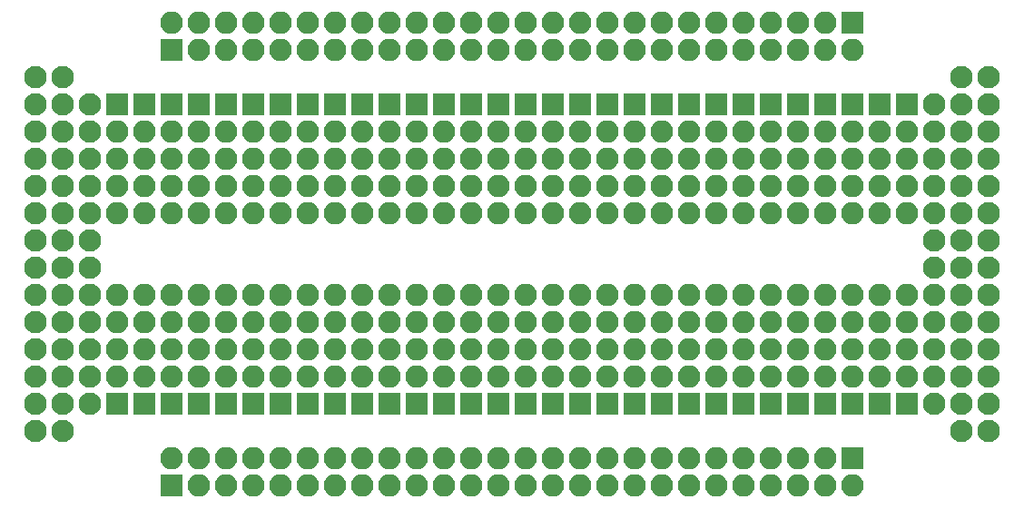
<source format=gbr>
%TF.GenerationSoftware,KiCad,Pcbnew,(6.0.7)*%
%TF.CreationDate,2022-10-24T07:09:43-06:00*%
%TF.ProjectId,AltoidsPCB,416c746f-6964-4735-9043-422e6b696361,rev?*%
%TF.SameCoordinates,Original*%
%TF.FileFunction,Soldermask,Top*%
%TF.FilePolarity,Negative*%
%FSLAX46Y46*%
G04 Gerber Fmt 4.6, Leading zero omitted, Abs format (unit mm)*
G04 Created by KiCad (PCBNEW (6.0.7)) date 2022-10-24 07:09:43*
%MOMM*%
%LPD*%
G01*
G04 APERTURE LIST*
G04 Aperture macros list*
%AMRoundRect*
0 Rectangle with rounded corners*
0 $1 Rounding radius*
0 $2 $3 $4 $5 $6 $7 $8 $9 X,Y pos of 4 corners*
0 Add a 4 corners polygon primitive as box body*
4,1,4,$2,$3,$4,$5,$6,$7,$8,$9,$2,$3,0*
0 Add four circle primitives for the rounded corners*
1,1,$1+$1,$2,$3*
1,1,$1+$1,$4,$5*
1,1,$1+$1,$6,$7*
1,1,$1+$1,$8,$9*
0 Add four rect primitives between the rounded corners*
20,1,$1+$1,$2,$3,$4,$5,0*
20,1,$1+$1,$4,$5,$6,$7,0*
20,1,$1+$1,$6,$7,$8,$9,0*
20,1,$1+$1,$8,$9,$2,$3,0*%
G04 Aperture macros list end*
%ADD10RoundRect,0.200000X0.850000X-0.850000X0.850000X0.850000X-0.850000X0.850000X-0.850000X-0.850000X0*%
%ADD11O,2.100000X2.100000*%
%ADD12RoundRect,0.200000X-0.850000X0.850000X-0.850000X-0.850000X0.850000X-0.850000X0.850000X0.850000X0*%
%ADD13RoundRect,0.200000X0.850000X0.850000X-0.850000X0.850000X-0.850000X-0.850000X0.850000X-0.850000X0*%
%ADD14RoundRect,0.200000X-0.850000X-0.850000X0.850000X-0.850000X0.850000X0.850000X-0.850000X0.850000X0*%
%ADD15C,2.100000*%
G04 APERTURE END LIST*
D10*
%TO.C,J2*%
X106680000Y-105410000D03*
D11*
X109220000Y-105410000D03*
X111760000Y-105410000D03*
X114300000Y-105410000D03*
X116840000Y-105410000D03*
X119380000Y-105410000D03*
X121920000Y-105410000D03*
X124460000Y-105410000D03*
X127000000Y-105410000D03*
X129540000Y-105410000D03*
X132080000Y-105410000D03*
X134620000Y-105410000D03*
X137160000Y-105410000D03*
X139700000Y-105410000D03*
X142240000Y-105410000D03*
X144780000Y-105410000D03*
X147320000Y-105410000D03*
X149860000Y-105410000D03*
X152400000Y-105410000D03*
X154940000Y-105410000D03*
X157480000Y-105410000D03*
X160020000Y-105410000D03*
X162560000Y-105410000D03*
X165100000Y-105410000D03*
X167640000Y-105410000D03*
X170180000Y-105410000D03*
%TD*%
D12*
%TO.C,J2*%
X170180000Y-102870000D03*
D11*
X167640000Y-102870000D03*
X165100000Y-102870000D03*
X162560000Y-102870000D03*
X160020000Y-102870000D03*
X157480000Y-102870000D03*
X154940000Y-102870000D03*
X152400000Y-102870000D03*
X149860000Y-102870000D03*
X147320000Y-102870000D03*
X144780000Y-102870000D03*
X142240000Y-102870000D03*
X139700000Y-102870000D03*
X137160000Y-102870000D03*
X134620000Y-102870000D03*
X132080000Y-102870000D03*
X129540000Y-102870000D03*
X127000000Y-102870000D03*
X124460000Y-102870000D03*
X121920000Y-102870000D03*
X119380000Y-102870000D03*
X116840000Y-102870000D03*
X114300000Y-102870000D03*
X111760000Y-102870000D03*
X109220000Y-102870000D03*
X106680000Y-102870000D03*
%TD*%
D12*
%TO.C,J2*%
X170180000Y-62230000D03*
D11*
X167640000Y-62230000D03*
X165100000Y-62230000D03*
X162560000Y-62230000D03*
X160020000Y-62230000D03*
X157480000Y-62230000D03*
X154940000Y-62230000D03*
X152400000Y-62230000D03*
X149860000Y-62230000D03*
X147320000Y-62230000D03*
X144780000Y-62230000D03*
X142240000Y-62230000D03*
X139700000Y-62230000D03*
X137160000Y-62230000D03*
X134620000Y-62230000D03*
X132080000Y-62230000D03*
X129540000Y-62230000D03*
X127000000Y-62230000D03*
X124460000Y-62230000D03*
X121920000Y-62230000D03*
X119380000Y-62230000D03*
X116840000Y-62230000D03*
X114300000Y-62230000D03*
X111760000Y-62230000D03*
X109220000Y-62230000D03*
X106680000Y-62230000D03*
%TD*%
D10*
%TO.C,J2*%
X106680000Y-64770000D03*
D11*
X109220000Y-64770000D03*
X111760000Y-64770000D03*
X114300000Y-64770000D03*
X116840000Y-64770000D03*
X119380000Y-64770000D03*
X121920000Y-64770000D03*
X124460000Y-64770000D03*
X127000000Y-64770000D03*
X129540000Y-64770000D03*
X132080000Y-64770000D03*
X134620000Y-64770000D03*
X137160000Y-64770000D03*
X139700000Y-64770000D03*
X142240000Y-64770000D03*
X144780000Y-64770000D03*
X147320000Y-64770000D03*
X149860000Y-64770000D03*
X152400000Y-64770000D03*
X154940000Y-64770000D03*
X157480000Y-64770000D03*
X160020000Y-64770000D03*
X162560000Y-64770000D03*
X165100000Y-64770000D03*
X167640000Y-64770000D03*
X170180000Y-64770000D03*
%TD*%
D13*
%TO.C,J1*%
X114300000Y-97790000D03*
D11*
X114300000Y-95250000D03*
X114300000Y-92710000D03*
X114300000Y-90170000D03*
X114300000Y-87630000D03*
%TD*%
D13*
%TO.C,J1*%
X104140000Y-97790000D03*
D11*
X104140000Y-95250000D03*
X104140000Y-92710000D03*
X104140000Y-90170000D03*
X104140000Y-87630000D03*
%TD*%
D13*
%TO.C,J1*%
X119380000Y-97790000D03*
D11*
X119380000Y-95250000D03*
X119380000Y-92710000D03*
X119380000Y-90170000D03*
X119380000Y-87630000D03*
%TD*%
D13*
%TO.C,J1*%
X116840000Y-97790000D03*
D11*
X116840000Y-95250000D03*
X116840000Y-92710000D03*
X116840000Y-90170000D03*
X116840000Y-87630000D03*
%TD*%
D13*
%TO.C,J1*%
X111760000Y-97790000D03*
D11*
X111760000Y-95250000D03*
X111760000Y-92710000D03*
X111760000Y-90170000D03*
X111760000Y-87630000D03*
%TD*%
D13*
%TO.C,J1*%
X106680000Y-97790000D03*
D11*
X106680000Y-95250000D03*
X106680000Y-92710000D03*
X106680000Y-90170000D03*
X106680000Y-87630000D03*
%TD*%
D13*
%TO.C,J1*%
X121920000Y-97790000D03*
D11*
X121920000Y-95250000D03*
X121920000Y-92710000D03*
X121920000Y-90170000D03*
X121920000Y-87630000D03*
%TD*%
D13*
%TO.C,J1*%
X109220000Y-97790000D03*
D11*
X109220000Y-95250000D03*
X109220000Y-92710000D03*
X109220000Y-90170000D03*
X109220000Y-87630000D03*
%TD*%
D13*
%TO.C,J1*%
X101600000Y-97790000D03*
D11*
X101600000Y-95250000D03*
X101600000Y-92710000D03*
X101600000Y-90170000D03*
X101600000Y-87630000D03*
%TD*%
D13*
%TO.C,J1*%
X172720000Y-97790000D03*
D11*
X172720000Y-95250000D03*
X172720000Y-92710000D03*
X172720000Y-90170000D03*
X172720000Y-87630000D03*
%TD*%
D13*
%TO.C,J1*%
X154940000Y-97790000D03*
D11*
X154940000Y-95250000D03*
X154940000Y-92710000D03*
X154940000Y-90170000D03*
X154940000Y-87630000D03*
%TD*%
D13*
%TO.C,J1*%
X149860000Y-97790000D03*
D11*
X149860000Y-95250000D03*
X149860000Y-92710000D03*
X149860000Y-90170000D03*
X149860000Y-87630000D03*
%TD*%
D13*
%TO.C,J1*%
X170180000Y-97790000D03*
D11*
X170180000Y-95250000D03*
X170180000Y-92710000D03*
X170180000Y-90170000D03*
X170180000Y-87630000D03*
%TD*%
D13*
%TO.C,J1*%
X152400000Y-97790000D03*
D11*
X152400000Y-95250000D03*
X152400000Y-92710000D03*
X152400000Y-90170000D03*
X152400000Y-87630000D03*
%TD*%
D13*
%TO.C,J1*%
X157480000Y-97790000D03*
D11*
X157480000Y-95250000D03*
X157480000Y-92710000D03*
X157480000Y-90170000D03*
X157480000Y-87630000D03*
%TD*%
D13*
%TO.C,J1*%
X160020000Y-97790000D03*
D11*
X160020000Y-95250000D03*
X160020000Y-92710000D03*
X160020000Y-90170000D03*
X160020000Y-87630000D03*
%TD*%
D13*
%TO.C,J1*%
X162560000Y-97790000D03*
D11*
X162560000Y-95250000D03*
X162560000Y-92710000D03*
X162560000Y-90170000D03*
X162560000Y-87630000D03*
%TD*%
D13*
%TO.C,J1*%
X147320000Y-97790000D03*
D11*
X147320000Y-95250000D03*
X147320000Y-92710000D03*
X147320000Y-90170000D03*
X147320000Y-87630000D03*
%TD*%
D13*
%TO.C,J1*%
X142240000Y-97790000D03*
D11*
X142240000Y-95250000D03*
X142240000Y-92710000D03*
X142240000Y-90170000D03*
X142240000Y-87630000D03*
%TD*%
D13*
%TO.C,J1*%
X165100000Y-97790000D03*
D11*
X165100000Y-95250000D03*
X165100000Y-92710000D03*
X165100000Y-90170000D03*
X165100000Y-87630000D03*
%TD*%
D13*
%TO.C,J1*%
X167640000Y-97790000D03*
D11*
X167640000Y-95250000D03*
X167640000Y-92710000D03*
X167640000Y-90170000D03*
X167640000Y-87630000D03*
%TD*%
D13*
%TO.C,J1*%
X144780000Y-97790000D03*
D11*
X144780000Y-95250000D03*
X144780000Y-92710000D03*
X144780000Y-90170000D03*
X144780000Y-87630000D03*
%TD*%
D13*
%TO.C,J1*%
X139700000Y-97790000D03*
D11*
X139700000Y-95250000D03*
X139700000Y-92710000D03*
X139700000Y-90170000D03*
X139700000Y-87630000D03*
%TD*%
D13*
%TO.C,J1*%
X132080000Y-97790000D03*
D11*
X132080000Y-95250000D03*
X132080000Y-92710000D03*
X132080000Y-90170000D03*
X132080000Y-87630000D03*
%TD*%
D13*
%TO.C,J1*%
X134620000Y-97790000D03*
D11*
X134620000Y-95250000D03*
X134620000Y-92710000D03*
X134620000Y-90170000D03*
X134620000Y-87630000D03*
%TD*%
D13*
%TO.C,J1*%
X175260000Y-97790000D03*
D11*
X175260000Y-95250000D03*
X175260000Y-92710000D03*
X175260000Y-90170000D03*
X175260000Y-87630000D03*
%TD*%
D13*
%TO.C,J1*%
X137160000Y-97790000D03*
D11*
X137160000Y-95250000D03*
X137160000Y-92710000D03*
X137160000Y-90170000D03*
X137160000Y-87630000D03*
%TD*%
D13*
%TO.C,J1*%
X129540000Y-97790000D03*
D11*
X129540000Y-95250000D03*
X129540000Y-92710000D03*
X129540000Y-90170000D03*
X129540000Y-87630000D03*
%TD*%
D13*
%TO.C,J1*%
X124460000Y-97790000D03*
D11*
X124460000Y-95250000D03*
X124460000Y-92710000D03*
X124460000Y-90170000D03*
X124460000Y-87630000D03*
%TD*%
D13*
%TO.C,J1*%
X127000000Y-97790000D03*
D11*
X127000000Y-95250000D03*
X127000000Y-92710000D03*
X127000000Y-90170000D03*
X127000000Y-87630000D03*
%TD*%
D14*
%TO.C,J1*%
X175260000Y-69850000D03*
D11*
X175260000Y-72390000D03*
X175260000Y-74930000D03*
X175260000Y-77470000D03*
X175260000Y-80010000D03*
%TD*%
D14*
%TO.C,J1*%
X172720000Y-69850000D03*
D11*
X172720000Y-72390000D03*
X172720000Y-74930000D03*
X172720000Y-77470000D03*
X172720000Y-80010000D03*
%TD*%
D14*
%TO.C,J1*%
X170180000Y-69850000D03*
D11*
X170180000Y-72390000D03*
X170180000Y-74930000D03*
X170180000Y-77470000D03*
X170180000Y-80010000D03*
%TD*%
D14*
%TO.C,J1*%
X167640000Y-69850000D03*
D11*
X167640000Y-72390000D03*
X167640000Y-74930000D03*
X167640000Y-77470000D03*
X167640000Y-80010000D03*
%TD*%
D14*
%TO.C,J1*%
X165100000Y-69850000D03*
D11*
X165100000Y-72390000D03*
X165100000Y-74930000D03*
X165100000Y-77470000D03*
X165100000Y-80010000D03*
%TD*%
D14*
%TO.C,J1*%
X162560000Y-69850000D03*
D11*
X162560000Y-72390000D03*
X162560000Y-74930000D03*
X162560000Y-77470000D03*
X162560000Y-80010000D03*
%TD*%
D14*
%TO.C,J1*%
X160020000Y-69850000D03*
D11*
X160020000Y-72390000D03*
X160020000Y-74930000D03*
X160020000Y-77470000D03*
X160020000Y-80010000D03*
%TD*%
D14*
%TO.C,J1*%
X157480000Y-69850000D03*
D11*
X157480000Y-72390000D03*
X157480000Y-74930000D03*
X157480000Y-77470000D03*
X157480000Y-80010000D03*
%TD*%
D14*
%TO.C,J1*%
X154940000Y-69850000D03*
D11*
X154940000Y-72390000D03*
X154940000Y-74930000D03*
X154940000Y-77470000D03*
X154940000Y-80010000D03*
%TD*%
D14*
%TO.C,J1*%
X152400000Y-69850000D03*
D11*
X152400000Y-72390000D03*
X152400000Y-74930000D03*
X152400000Y-77470000D03*
X152400000Y-80010000D03*
%TD*%
D14*
%TO.C,J1*%
X149860000Y-69850000D03*
D11*
X149860000Y-72390000D03*
X149860000Y-74930000D03*
X149860000Y-77470000D03*
X149860000Y-80010000D03*
%TD*%
D14*
%TO.C,J1*%
X147320000Y-69850000D03*
D11*
X147320000Y-72390000D03*
X147320000Y-74930000D03*
X147320000Y-77470000D03*
X147320000Y-80010000D03*
%TD*%
D14*
%TO.C,J1*%
X144780000Y-69850000D03*
D11*
X144780000Y-72390000D03*
X144780000Y-74930000D03*
X144780000Y-77470000D03*
X144780000Y-80010000D03*
%TD*%
D14*
%TO.C,J1*%
X142240000Y-69850000D03*
D11*
X142240000Y-72390000D03*
X142240000Y-74930000D03*
X142240000Y-77470000D03*
X142240000Y-80010000D03*
%TD*%
D14*
%TO.C,J1*%
X139700000Y-69850000D03*
D11*
X139700000Y-72390000D03*
X139700000Y-74930000D03*
X139700000Y-77470000D03*
X139700000Y-80010000D03*
%TD*%
D14*
%TO.C,J1*%
X137160000Y-69850000D03*
D11*
X137160000Y-72390000D03*
X137160000Y-74930000D03*
X137160000Y-77470000D03*
X137160000Y-80010000D03*
%TD*%
D14*
%TO.C,J1*%
X134620000Y-69850000D03*
D11*
X134620000Y-72390000D03*
X134620000Y-74930000D03*
X134620000Y-77470000D03*
X134620000Y-80010000D03*
%TD*%
D14*
%TO.C,J1*%
X132080000Y-69850000D03*
D11*
X132080000Y-72390000D03*
X132080000Y-74930000D03*
X132080000Y-77470000D03*
X132080000Y-80010000D03*
%TD*%
D14*
%TO.C,J1*%
X129540000Y-69850000D03*
D11*
X129540000Y-72390000D03*
X129540000Y-74930000D03*
X129540000Y-77470000D03*
X129540000Y-80010000D03*
%TD*%
D14*
%TO.C,J1*%
X127000000Y-69850000D03*
D11*
X127000000Y-72390000D03*
X127000000Y-74930000D03*
X127000000Y-77470000D03*
X127000000Y-80010000D03*
%TD*%
D14*
%TO.C,J1*%
X124460000Y-69850000D03*
D11*
X124460000Y-72390000D03*
X124460000Y-74930000D03*
X124460000Y-77470000D03*
X124460000Y-80010000D03*
%TD*%
D14*
%TO.C,J1*%
X121920000Y-69850000D03*
D11*
X121920000Y-72390000D03*
X121920000Y-74930000D03*
X121920000Y-77470000D03*
X121920000Y-80010000D03*
%TD*%
D14*
%TO.C,J1*%
X119380000Y-69850000D03*
D11*
X119380000Y-72390000D03*
X119380000Y-74930000D03*
X119380000Y-77470000D03*
X119380000Y-80010000D03*
%TD*%
D14*
%TO.C,J1*%
X116840000Y-69850000D03*
D11*
X116840000Y-72390000D03*
X116840000Y-74930000D03*
X116840000Y-77470000D03*
X116840000Y-80010000D03*
%TD*%
D14*
%TO.C,J1*%
X114300000Y-69850000D03*
D11*
X114300000Y-72390000D03*
X114300000Y-74930000D03*
X114300000Y-77470000D03*
X114300000Y-80010000D03*
%TD*%
D14*
%TO.C,J1*%
X111760000Y-69850000D03*
D11*
X111760000Y-72390000D03*
X111760000Y-74930000D03*
X111760000Y-77470000D03*
X111760000Y-80010000D03*
%TD*%
D14*
%TO.C,J1*%
X109220000Y-69850000D03*
D11*
X109220000Y-72390000D03*
X109220000Y-74930000D03*
X109220000Y-77470000D03*
X109220000Y-80010000D03*
%TD*%
D14*
%TO.C,J1*%
X106680000Y-69850000D03*
D11*
X106680000Y-72390000D03*
X106680000Y-74930000D03*
X106680000Y-77470000D03*
X106680000Y-80010000D03*
%TD*%
D14*
%TO.C,J1*%
X104140000Y-69850000D03*
D11*
X104140000Y-72390000D03*
X104140000Y-74930000D03*
X104140000Y-77470000D03*
X104140000Y-80010000D03*
%TD*%
D14*
%TO.C,J1*%
X101600000Y-69850000D03*
D11*
X101600000Y-72390000D03*
X101600000Y-74930000D03*
X101600000Y-77470000D03*
X101600000Y-80010000D03*
%TD*%
D15*
%TO.C,J3*%
X93980000Y-67310000D03*
%TD*%
%TO.C,J3*%
X182880000Y-67310000D03*
%TD*%
%TO.C,J3*%
X180340000Y-67310000D03*
%TD*%
%TO.C,J3*%
X182880000Y-100330000D03*
%TD*%
%TO.C,J3*%
X180340000Y-100330000D03*
%TD*%
%TO.C,J3*%
X93980000Y-100330000D03*
%TD*%
%TO.C,J3*%
X96520000Y-100330000D03*
%TD*%
%TO.C,J3*%
X96520000Y-67310000D03*
%TD*%
%TO.C,J3*%
X180340000Y-95250000D03*
%TD*%
%TO.C,J3*%
X180340000Y-97790000D03*
%TD*%
%TO.C,J3*%
X182880000Y-97790000D03*
%TD*%
%TO.C,J3*%
X177800000Y-92710000D03*
%TD*%
%TO.C,J3*%
X177800000Y-95250000D03*
%TD*%
%TO.C,J3*%
X182880000Y-92710000D03*
%TD*%
%TO.C,J3*%
X180340000Y-92710000D03*
%TD*%
%TO.C,J3*%
X182880000Y-95250000D03*
%TD*%
%TO.C,J3*%
X177800000Y-97790000D03*
%TD*%
%TO.C,J3*%
X182880000Y-69850000D03*
%TD*%
%TO.C,J3*%
X180340000Y-69850000D03*
%TD*%
%TO.C,J3*%
X182880000Y-82550000D03*
%TD*%
%TO.C,J3*%
X182880000Y-74930000D03*
%TD*%
%TO.C,J3*%
X177800000Y-77470000D03*
%TD*%
%TO.C,J3*%
X182880000Y-72390000D03*
%TD*%
%TO.C,J3*%
X180340000Y-82550000D03*
%TD*%
%TO.C,J3*%
X177800000Y-82550000D03*
%TD*%
%TO.C,J3*%
X182880000Y-80010000D03*
%TD*%
%TO.C,J3*%
X177800000Y-80010000D03*
%TD*%
%TO.C,J3*%
X177800000Y-90170000D03*
%TD*%
%TO.C,J3*%
X182880000Y-85090000D03*
%TD*%
%TO.C,J3*%
X180340000Y-74930000D03*
%TD*%
%TO.C,J3*%
X177800000Y-85090000D03*
%TD*%
%TO.C,J3*%
X177800000Y-72390000D03*
%TD*%
%TO.C,J3*%
X180340000Y-72390000D03*
%TD*%
%TO.C,J3*%
X180340000Y-85090000D03*
%TD*%
%TO.C,J3*%
X180340000Y-77470000D03*
%TD*%
%TO.C,J3*%
X180340000Y-90170000D03*
%TD*%
%TO.C,J3*%
X182880000Y-87630000D03*
%TD*%
%TO.C,J3*%
X182880000Y-77470000D03*
%TD*%
%TO.C,J3*%
X177800000Y-69850000D03*
%TD*%
%TO.C,J3*%
X180340000Y-87630000D03*
%TD*%
%TO.C,J3*%
X177800000Y-74930000D03*
%TD*%
%TO.C,J3*%
X180340000Y-80010000D03*
%TD*%
%TO.C,J3*%
X177800000Y-87630000D03*
%TD*%
%TO.C,J3*%
X182880000Y-90170000D03*
%TD*%
%TO.C,J3*%
X99060000Y-97790000D03*
%TD*%
%TO.C,J3*%
X96520000Y-97790000D03*
%TD*%
%TO.C,J3*%
X93980000Y-97790000D03*
%TD*%
%TO.C,J3*%
X99060000Y-95250000D03*
%TD*%
%TO.C,J3*%
X96520000Y-95250000D03*
%TD*%
%TO.C,J3*%
X93980000Y-95250000D03*
%TD*%
%TO.C,J3*%
X99060000Y-92710000D03*
%TD*%
%TO.C,J3*%
X96520000Y-92710000D03*
%TD*%
%TO.C,J3*%
X93980000Y-92710000D03*
%TD*%
%TO.C,J3*%
X99060000Y-90170000D03*
%TD*%
%TO.C,J3*%
X96520000Y-90170000D03*
%TD*%
%TO.C,J3*%
X93980000Y-90170000D03*
%TD*%
%TO.C,J3*%
X99060000Y-87630000D03*
%TD*%
%TO.C,J3*%
X96520000Y-87630000D03*
%TD*%
%TO.C,J3*%
X93980000Y-87630000D03*
%TD*%
%TO.C,J3*%
X99060000Y-85090000D03*
%TD*%
%TO.C,J3*%
X96520000Y-85090000D03*
%TD*%
%TO.C,J3*%
X93980000Y-85090000D03*
%TD*%
%TO.C,J3*%
X99060000Y-82550000D03*
%TD*%
%TO.C,J3*%
X96520000Y-82550000D03*
%TD*%
%TO.C,J3*%
X93980000Y-82550000D03*
%TD*%
%TO.C,J3*%
X99060000Y-80010000D03*
%TD*%
%TO.C,J3*%
X96520000Y-80010000D03*
%TD*%
%TO.C,J3*%
X93980000Y-80010000D03*
%TD*%
%TO.C,J3*%
X99060000Y-77470000D03*
%TD*%
%TO.C,J3*%
X96520000Y-77470000D03*
%TD*%
%TO.C,J3*%
X93980000Y-77470000D03*
%TD*%
%TO.C,J3*%
X99060000Y-74930000D03*
%TD*%
%TO.C,J3*%
X96520000Y-74930000D03*
%TD*%
%TO.C,J3*%
X93980000Y-74930000D03*
%TD*%
%TO.C,J3*%
X99060000Y-72390000D03*
%TD*%
%TO.C,J3*%
X96520000Y-72390000D03*
%TD*%
%TO.C,J3*%
X93980000Y-72390000D03*
%TD*%
%TO.C,J3*%
X99060000Y-69850000D03*
%TD*%
%TO.C,J3*%
X96520000Y-69850000D03*
%TD*%
%TO.C,J3*%
X93980000Y-69850000D03*
%TD*%
M02*

</source>
